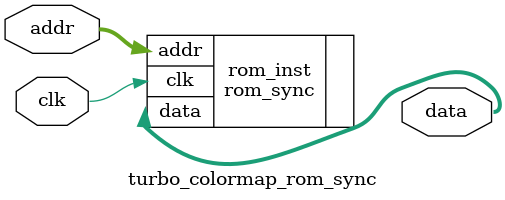
<source format=sv>

`default_nettype none
`timescale 1ns / 1ps

module turbo_colormap_rom_sync #(
    parameter WIDTH=24,
    parameter DEPTH=256,
    `ifndef SIMULATION
    parameter INIT_F="turbo_colormap.hex",
    `else
    parameter INIT_F="../memory/turbo_colormap.hex",
    `endif

    localparam ADDRW=$clog2(DEPTH)
    ) (
    input wire logic clk,
    input wire logic [ADDRW-1:0] addr,
    output     logic [WIDTH-1:0] data
    );

    rom_sync #(
        .WIDTH(WIDTH),
        .DEPTH(DEPTH),
        .INIT_F(INIT_F)
    ) rom_inst (
        .clk,
        .addr,
        .data
    );
endmodule

</source>
